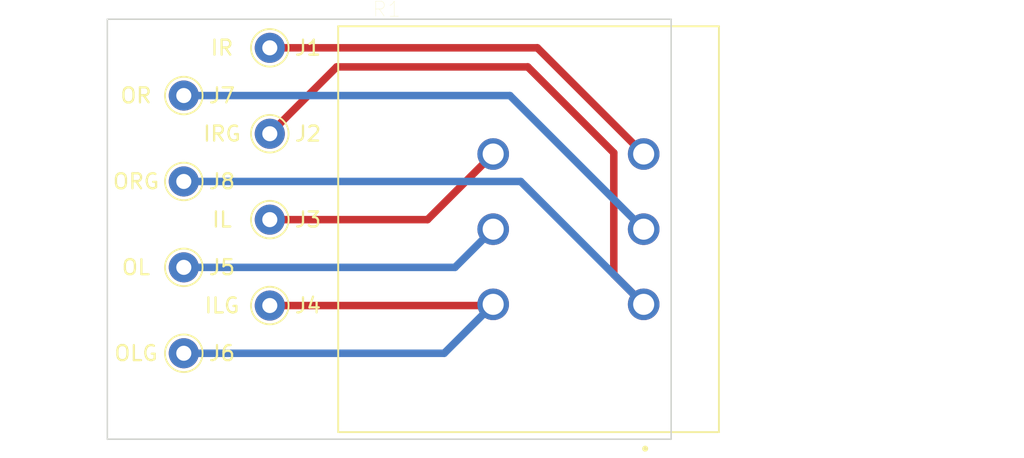
<source format=kicad_pcb>
(kicad_pcb (version 20171130) (host pcbnew 5.1.10-88a1d61d58~88~ubuntu16.04.1)

  (general
    (thickness 1.6)
    (drawings 12)
    (tracks 19)
    (zones 0)
    (modules 9)
    (nets 7)
  )

  (page A4)
  (layers
    (0 F.Cu signal)
    (31 B.Cu signal)
    (32 B.Adhes user)
    (33 F.Adhes user)
    (34 B.Paste user)
    (35 F.Paste user)
    (36 B.SilkS user)
    (37 F.SilkS user)
    (38 B.Mask user)
    (39 F.Mask user)
    (40 Dwgs.User user)
    (41 Cmts.User user)
    (42 Eco1.User user)
    (43 Eco2.User user)
    (44 Edge.Cuts user)
    (45 Margin user)
    (46 B.CrtYd user)
    (47 F.CrtYd user)
    (48 B.Fab user)
    (49 F.Fab user)
  )

  (setup
    (last_trace_width 0.25)
    (user_trace_width 0.5)
    (trace_clearance 0.2)
    (zone_clearance 0.508)
    (zone_45_only no)
    (trace_min 0.2)
    (via_size 0.8)
    (via_drill 0.4)
    (via_min_size 0.4)
    (via_min_drill 0.3)
    (uvia_size 0.3)
    (uvia_drill 0.1)
    (uvias_allowed no)
    (uvia_min_size 0.2)
    (uvia_min_drill 0.1)
    (edge_width 0.05)
    (segment_width 0.2)
    (pcb_text_width 0.3)
    (pcb_text_size 1.5 1.5)
    (mod_edge_width 0.12)
    (mod_text_size 1 1)
    (mod_text_width 0.15)
    (pad_size 1.524 1.524)
    (pad_drill 0.762)
    (pad_to_mask_clearance 0)
    (aux_axis_origin 0 0)
    (visible_elements FFFFFF7F)
    (pcbplotparams
      (layerselection 0x010f0_ffffffff)
      (usegerberextensions false)
      (usegerberattributes false)
      (usegerberadvancedattributes false)
      (creategerberjobfile false)
      (excludeedgelayer true)
      (linewidth 0.100000)
      (plotframeref false)
      (viasonmask false)
      (mode 1)
      (useauxorigin false)
      (hpglpennumber 1)
      (hpglpenspeed 20)
      (hpglpendiameter 15.000000)
      (psnegative false)
      (psa4output false)
      (plotreference true)
      (plotvalue false)
      (plotinvisibletext false)
      (padsonsilk true)
      (subtractmaskfromsilk false)
      (outputformat 1)
      (mirror false)
      (drillshape 0)
      (scaleselection 1)
      (outputdirectory "gerber/"))
  )

  (net 0 "")
  (net 1 "Net-(J2-Pad1)")
  (net 2 "Net-(J4-Pad1)")
  (net 3 "Net-(J1-Pad1)")
  (net 4 "Net-(J3-Pad1)")
  (net 5 "Net-(J5-Pad1)")
  (net 6 "Net-(J7-Pad1)")

  (net_class Default "This is the default net class."
    (clearance 0.2)
    (trace_width 0.25)
    (via_dia 0.8)
    (via_drill 0.4)
    (uvia_dia 0.3)
    (uvia_drill 0.1)
    (add_net "Net-(J1-Pad1)")
    (add_net "Net-(J2-Pad1)")
    (add_net "Net-(J3-Pad1)")
    (add_net "Net-(J4-Pad1)")
    (add_net "Net-(J5-Pad1)")
    (add_net "Net-(J7-Pad1)")
  )

  (module kicad-lib-snk:TRIM_RK27112A0S20C0A103 (layer F.Cu) (tedit 5FDE21D3) (tstamp 5FF29ED2)
    (at 207.645 94.615)
    (path /60052F81)
    (fp_text reference R1 (at -22.075 -14.635) (layer F.SilkS)
      (effects (font (size 1 1) (thickness 0.015)))
    )
    (fp_text value RK27112A0S20C0A103 (at -10.645 14.635) (layer F.Fab)
      (effects (font (size 1 1) (thickness 0.015)))
    )
    (fp_circle (center -4.9 14.6) (end -4.8 14.6) (layer F.Fab) (width 0.2))
    (fp_circle (center -4.9 14.6) (end -4.8 14.6) (layer F.SilkS) (width 0.2))
    (fp_line (start 0.25 -3.25) (end 0.25 -13.75) (layer F.CrtYd) (width 0.05))
    (fp_line (start 20.25 -3.25) (end 0.25 -3.25) (layer F.CrtYd) (width 0.05))
    (fp_line (start 20.25 3.25) (end 20.25 -3.25) (layer F.CrtYd) (width 0.05))
    (fp_line (start 0.25 3.25) (end 20.25 3.25) (layer F.CrtYd) (width 0.05))
    (fp_line (start 0.25 13.75) (end 0.25 3.25) (layer F.CrtYd) (width 0.05))
    (fp_line (start -25.55 13.75) (end 0.25 13.75) (layer F.CrtYd) (width 0.05))
    (fp_line (start -25.55 -13.75) (end -25.55 13.75) (layer F.CrtYd) (width 0.05))
    (fp_line (start 0.25 -13.75) (end -25.55 -13.75) (layer F.CrtYd) (width 0.05))
    (fp_line (start 20 3) (end 0 3) (layer F.Fab) (width 0.127))
    (fp_line (start 20 -3) (end 20 3) (layer F.Fab) (width 0.127))
    (fp_line (start 0 -3) (end 20 -3) (layer F.Fab) (width 0.127))
    (fp_line (start 0 13.5) (end 0 -13.5) (layer F.SilkS) (width 0.127))
    (fp_line (start -25.3 13.5) (end 0 13.5) (layer F.SilkS) (width 0.127))
    (fp_line (start -25.3 -13.5) (end -25.3 13.5) (layer F.SilkS) (width 0.127))
    (fp_line (start 0 -13.5) (end -25.3 -13.5) (layer F.SilkS) (width 0.127))
    (fp_line (start 0 -3) (end 0 -13.5) (layer F.Fab) (width 0.127))
    (fp_line (start 0 3) (end 0 -3) (layer F.Fab) (width 0.127))
    (fp_line (start 0 13.5) (end 0 3) (layer F.Fab) (width 0.127))
    (fp_line (start -25.3 13.5) (end 0 13.5) (layer F.Fab) (width 0.127))
    (fp_line (start -25.3 -13.5) (end -25.3 13.5) (layer F.Fab) (width 0.127))
    (fp_line (start 0 -13.5) (end -25.3 -13.5) (layer F.Fab) (width 0.127))
    (pad 3_1 thru_hole circle (at -5 -5) (size 2.1 2.1) (drill 1.4) (layers *.Cu *.Mask)
      (net 3 "Net-(J1-Pad1)"))
    (pad 2_1 thru_hole circle (at -5 0) (size 2.1 2.1) (drill 1.4) (layers *.Cu *.Mask)
      (net 6 "Net-(J7-Pad1)"))
    (pad 1_1 thru_hole circle (at -5 5) (size 2.1 2.1) (drill 1.4) (layers *.Cu *.Mask)
      (net 1 "Net-(J2-Pad1)"))
    (pad 3_2 thru_hole circle (at -15 -5) (size 2.1 2.1) (drill 1.4) (layers *.Cu *.Mask)
      (net 4 "Net-(J3-Pad1)"))
    (pad 2_2 thru_hole circle (at -15 0) (size 2.1 2.1) (drill 1.4) (layers *.Cu *.Mask)
      (net 5 "Net-(J5-Pad1)"))
    (pad 1_2 thru_hole circle (at -15 5) (size 2.1 2.1) (drill 1.4) (layers *.Cu *.Mask)
      (net 2 "Net-(J4-Pad1)"))
  )

  (module Connector_Pin:Pin_D1.0mm_L10.0mm (layer F.Cu) (tedit 5A1DC084) (tstamp 5FF23E45)
    (at 172.085 91.44)
    (descr "solder Pin_ diameter 1.0mm, hole diameter 1.0mm (press fit), length 10.0mm")
    (tags "solder Pin_ press fit")
    (path /60076F59)
    (fp_text reference J8 (at 2.54 0) (layer F.SilkS)
      (effects (font (size 1 1) (thickness 0.15)))
    )
    (fp_text value OUTR_GND (at -8.255 0) (layer F.Fab)
      (effects (font (size 1 1) (thickness 0.15)))
    )
    (fp_circle (center 0 0) (end 1.5 0) (layer F.CrtYd) (width 0.05))
    (fp_circle (center 0 0) (end 0.5 0) (layer F.Fab) (width 0.12))
    (fp_circle (center 0 0) (end 1 0) (layer F.Fab) (width 0.12))
    (fp_circle (center 0 0) (end 1.25 0.05) (layer F.SilkS) (width 0.12))
    (fp_text user %R (at 0 2.25) (layer F.Fab)
      (effects (font (size 1 1) (thickness 0.15)))
    )
    (pad 1 thru_hole circle (at 0 0) (size 2 2) (drill 1) (layers *.Cu *.Mask)
      (net 1 "Net-(J2-Pad1)"))
    (model ${KISYS3DMOD}/Connector_Pin.3dshapes/Pin_D1.0mm_L10.0mm.wrl
      (at (xyz 0 0 0))
      (scale (xyz 1 1 1))
      (rotate (xyz 0 0 0))
    )
  )

  (module Connector_Pin:Pin_D1.0mm_L10.0mm (layer F.Cu) (tedit 5A1DC084) (tstamp 5FF23E3B)
    (at 172.085 85.725)
    (descr "solder Pin_ diameter 1.0mm, hole diameter 1.0mm (press fit), length 10.0mm")
    (tags "solder Pin_ press fit")
    (path /60076F43)
    (fp_text reference J7 (at 2.54 0) (layer F.SilkS)
      (effects (font (size 1 1) (thickness 0.15)))
    )
    (fp_text value OUTR (at -1.905 -3.81) (layer F.Fab)
      (effects (font (size 1 1) (thickness 0.15)))
    )
    (fp_circle (center 0 0) (end 1.5 0) (layer F.CrtYd) (width 0.05))
    (fp_circle (center 0 0) (end 0.5 0) (layer F.Fab) (width 0.12))
    (fp_circle (center 0 0) (end 1 0) (layer F.Fab) (width 0.12))
    (fp_circle (center 0 0) (end 1.25 0.05) (layer F.SilkS) (width 0.12))
    (fp_text user %R (at 0 2.25) (layer F.Fab)
      (effects (font (size 1 1) (thickness 0.15)))
    )
    (pad 1 thru_hole circle (at 0 0) (size 2 2) (drill 1) (layers *.Cu *.Mask)
      (net 6 "Net-(J7-Pad1)"))
    (model ${KISYS3DMOD}/Connector_Pin.3dshapes/Pin_D1.0mm_L10.0mm.wrl
      (at (xyz 0 0 0))
      (scale (xyz 1 1 1))
      (rotate (xyz 0 0 0))
    )
  )

  (module Connector_Pin:Pin_D1.0mm_L10.0mm (layer F.Cu) (tedit 5A1DC084) (tstamp 5FF23E31)
    (at 172.085 102.87)
    (descr "solder Pin_ diameter 1.0mm, hole diameter 1.0mm (press fit), length 10.0mm")
    (tags "solder Pin_ press fit")
    (path /60075EAA)
    (fp_text reference J6 (at 2.54 0) (layer F.SilkS)
      (effects (font (size 1 1) (thickness 0.15)))
    )
    (fp_text value OUTL_GND (at 0 -2.05) (layer F.Fab)
      (effects (font (size 1 1) (thickness 0.15)))
    )
    (fp_circle (center 0 0) (end 1.5 0) (layer F.CrtYd) (width 0.05))
    (fp_circle (center 0 0) (end 0.5 0) (layer F.Fab) (width 0.12))
    (fp_circle (center 0 0) (end 1 0) (layer F.Fab) (width 0.12))
    (fp_circle (center 0 0) (end 1.25 0.05) (layer F.SilkS) (width 0.12))
    (fp_text user %R (at 0 2.25) (layer F.Fab)
      (effects (font (size 1 1) (thickness 0.15)))
    )
    (pad 1 thru_hole circle (at 0 0) (size 2 2) (drill 1) (layers *.Cu *.Mask)
      (net 2 "Net-(J4-Pad1)"))
    (model ${KISYS3DMOD}/Connector_Pin.3dshapes/Pin_D1.0mm_L10.0mm.wrl
      (at (xyz 0 0 0))
      (scale (xyz 1 1 1))
      (rotate (xyz 0 0 0))
    )
  )

  (module Connector_Pin:Pin_D1.0mm_L10.0mm (layer F.Cu) (tedit 5A1DC084) (tstamp 5FF23E27)
    (at 172.085 97.155)
    (descr "solder Pin_ diameter 1.0mm, hole diameter 1.0mm (press fit), length 10.0mm")
    (tags "solder Pin_ press fit")
    (path /60073FA1)
    (fp_text reference J5 (at 2.54 0) (layer F.SilkS)
      (effects (font (size 1 1) (thickness 0.15)))
    )
    (fp_text value OUTL (at 0 -2.05) (layer F.Fab)
      (effects (font (size 1 1) (thickness 0.15)))
    )
    (fp_circle (center 0 0) (end 1.5 0) (layer F.CrtYd) (width 0.05))
    (fp_circle (center 0 0) (end 0.5 0) (layer F.Fab) (width 0.12))
    (fp_circle (center 0 0) (end 1 0) (layer F.Fab) (width 0.12))
    (fp_circle (center 0 0) (end 1.25 0.05) (layer F.SilkS) (width 0.12))
    (fp_text user %R (at 0 2.25) (layer F.Fab)
      (effects (font (size 1 1) (thickness 0.15)))
    )
    (pad 1 thru_hole circle (at 0 0) (size 2 2) (drill 1) (layers *.Cu *.Mask)
      (net 5 "Net-(J5-Pad1)"))
    (model ${KISYS3DMOD}/Connector_Pin.3dshapes/Pin_D1.0mm_L10.0mm.wrl
      (at (xyz 0 0 0))
      (scale (xyz 1 1 1))
      (rotate (xyz 0 0 0))
    )
  )

  (module Connector_Pin:Pin_D1.0mm_L10.0mm (layer F.Cu) (tedit 5A1DC084) (tstamp 5FF23E1D)
    (at 177.8 99.695)
    (descr "solder Pin_ diameter 1.0mm, hole diameter 1.0mm (press fit), length 10.0mm")
    (tags "solder Pin_ press fit")
    (path /6006067B)
    (fp_text reference J4 (at 2.54 0) (layer F.SilkS)
      (effects (font (size 1 1) (thickness 0.15)))
    )
    (fp_text value INL_GND (at 0 -2.05) (layer F.Fab)
      (effects (font (size 1 1) (thickness 0.15)))
    )
    (fp_circle (center 0 0) (end 1.5 0) (layer F.CrtYd) (width 0.05))
    (fp_circle (center 0 0) (end 0.5 0) (layer F.Fab) (width 0.12))
    (fp_circle (center 0 0) (end 1 0) (layer F.Fab) (width 0.12))
    (fp_circle (center 0 0) (end 1.25 0.05) (layer F.SilkS) (width 0.12))
    (fp_text user %R (at 0 2.25) (layer F.Fab)
      (effects (font (size 1 1) (thickness 0.15)))
    )
    (pad 1 thru_hole circle (at 0 0) (size 2 2) (drill 1) (layers *.Cu *.Mask)
      (net 2 "Net-(J4-Pad1)"))
    (model ${KISYS3DMOD}/Connector_Pin.3dshapes/Pin_D1.0mm_L10.0mm.wrl
      (at (xyz 0 0 0))
      (scale (xyz 1 1 1))
      (rotate (xyz 0 0 0))
    )
  )

  (module Connector_Pin:Pin_D1.0mm_L10.0mm (layer F.Cu) (tedit 5A1DC084) (tstamp 5FF23E13)
    (at 177.8 93.98)
    (descr "solder Pin_ diameter 1.0mm, hole diameter 1.0mm (press fit), length 10.0mm")
    (tags "solder Pin_ press fit")
    (path /60060691)
    (fp_text reference J3 (at 2.54 0) (layer F.SilkS)
      (effects (font (size 1 1) (thickness 0.15)))
    )
    (fp_text value INL (at 0 -2.05) (layer F.Fab)
      (effects (font (size 1 1) (thickness 0.15)))
    )
    (fp_circle (center 0 0) (end 1.5 0) (layer F.CrtYd) (width 0.05))
    (fp_circle (center 0 0) (end 0.5 0) (layer F.Fab) (width 0.12))
    (fp_circle (center 0 0) (end 1 0) (layer F.Fab) (width 0.12))
    (fp_circle (center 0 0) (end 1.25 0.05) (layer F.SilkS) (width 0.12))
    (fp_text user %R (at 0 2.25) (layer F.Fab)
      (effects (font (size 1 1) (thickness 0.15)))
    )
    (pad 1 thru_hole circle (at 0 0) (size 2 2) (drill 1) (layers *.Cu *.Mask)
      (net 4 "Net-(J3-Pad1)"))
    (model ${KISYS3DMOD}/Connector_Pin.3dshapes/Pin_D1.0mm_L10.0mm.wrl
      (at (xyz 0 0 0))
      (scale (xyz 1 1 1))
      (rotate (xyz 0 0 0))
    )
  )

  (module Connector_Pin:Pin_D1.0mm_L10.0mm (layer F.Cu) (tedit 5A1DC084) (tstamp 5FF23E09)
    (at 177.8 88.265)
    (descr "solder Pin_ diameter 1.0mm, hole diameter 1.0mm (press fit), length 10.0mm")
    (tags "solder Pin_ press fit")
    (path /6005D6BF)
    (fp_text reference J2 (at 2.54 0) (layer F.SilkS)
      (effects (font (size 1 1) (thickness 0.15)))
    )
    (fp_text value INR_GND (at 0 -2.05) (layer F.Fab)
      (effects (font (size 1 1) (thickness 0.15)))
    )
    (fp_circle (center 0 0) (end 1.5 0) (layer F.CrtYd) (width 0.05))
    (fp_circle (center 0 0) (end 0.5 0) (layer F.Fab) (width 0.12))
    (fp_circle (center 0 0) (end 1 0) (layer F.Fab) (width 0.12))
    (fp_circle (center 0 0) (end 1.25 0.05) (layer F.SilkS) (width 0.12))
    (fp_text user %R (at 0 2.25) (layer F.Fab)
      (effects (font (size 1 1) (thickness 0.15)))
    )
    (pad 1 thru_hole circle (at 0 0) (size 2 2) (drill 1) (layers *.Cu *.Mask)
      (net 1 "Net-(J2-Pad1)"))
    (model ${KISYS3DMOD}/Connector_Pin.3dshapes/Pin_D1.0mm_L10.0mm.wrl
      (at (xyz 0 0 0))
      (scale (xyz 1 1 1))
      (rotate (xyz 0 0 0))
    )
  )

  (module Connector_Pin:Pin_D1.0mm_L10.0mm (layer F.Cu) (tedit 5A1DC084) (tstamp 5FF23DFF)
    (at 177.8 82.55)
    (descr "solder Pin_ diameter 1.0mm, hole diameter 1.0mm (press fit), length 10.0mm")
    (tags "solder Pin_ press fit")
    (path /6005F8CB)
    (fp_text reference J1 (at 2.54 0) (layer F.SilkS)
      (effects (font (size 1 1) (thickness 0.15)))
    )
    (fp_text value INR (at 0 -2.05) (layer F.Fab)
      (effects (font (size 1 1) (thickness 0.15)))
    )
    (fp_circle (center 0 0) (end 1.5 0) (layer F.CrtYd) (width 0.05))
    (fp_circle (center 0 0) (end 0.5 0) (layer F.Fab) (width 0.12))
    (fp_circle (center 0 0) (end 1 0) (layer F.Fab) (width 0.12))
    (fp_circle (center 0 0) (end 1.25 0.05) (layer F.SilkS) (width 0.12))
    (fp_text user %R (at 0 2.25) (layer F.Fab)
      (effects (font (size 1 1) (thickness 0.15)))
    )
    (pad 1 thru_hole circle (at 0 0) (size 2 2) (drill 1) (layers *.Cu *.Mask)
      (net 3 "Net-(J1-Pad1)"))
    (model ${KISYS3DMOD}/Connector_Pin.3dshapes/Pin_D1.0mm_L10.0mm.wrl
      (at (xyz 0 0 0))
      (scale (xyz 1 1 1))
      (rotate (xyz 0 0 0))
    )
  )

  (gr_text OLG (at 168.91 102.87) (layer F.SilkS) (tstamp 5FF2AC41)
    (effects (font (size 1 1) (thickness 0.15)))
  )
  (gr_text OL (at 168.91 97.155) (layer F.SilkS) (tstamp 5FF2AC3C)
    (effects (font (size 1 1) (thickness 0.15)))
  )
  (gr_text ORG (at 168.91 91.44) (layer F.SilkS) (tstamp 5FF2AC35)
    (effects (font (size 1 1) (thickness 0.15)))
  )
  (gr_text ILG (at 174.625 99.695) (layer F.SilkS) (tstamp 5FF2ABFD)
    (effects (font (size 1 1) (thickness 0.15)))
  )
  (gr_text IL (at 174.625 93.98) (layer F.SilkS) (tstamp 5FF2ABF7)
    (effects (font (size 1 1) (thickness 0.15)))
  )
  (gr_text IRG (at 174.625 88.265) (layer F.SilkS) (tstamp 5FF2ABD3)
    (effects (font (size 1 1) (thickness 0.15)))
  )
  (gr_text OR (at 168.91 85.725) (layer F.SilkS) (tstamp 5FF2ABCA)
    (effects (font (size 1 1) (thickness 0.15)))
  )
  (gr_text IR (at 174.625 82.55) (layer F.SilkS)
    (effects (font (size 1 1) (thickness 0.15)))
  )
  (gr_line (start 204.47 80.645) (end 204.47 108.585) (layer Edge.Cuts) (width 0.1))
  (gr_line (start 167.005 80.645) (end 204.47 80.645) (layer Edge.Cuts) (width 0.1))
  (gr_line (start 167.005 108.585) (end 167.005 80.645) (layer Edge.Cuts) (width 0.1))
  (gr_line (start 204.47 108.585) (end 167.005 108.585) (layer Edge.Cuts) (width 0.1))

  (segment (start 177.8 88.265) (end 182.245 83.82) (width 0.5) (layer F.Cu) (net 1))
  (segment (start 182.245 83.82) (end 194.945 83.82) (width 0.5) (layer F.Cu) (net 1))
  (segment (start 194.945 83.82) (end 200.66 89.535) (width 0.5) (layer F.Cu) (net 1))
  (segment (start 200.66 97.63) (end 202.645 99.615) (width 0.5) (layer F.Cu) (net 1))
  (segment (start 200.66 89.535) (end 200.66 97.63) (width 0.5) (layer F.Cu) (net 1))
  (segment (start 194.47 91.44) (end 202.645 99.615) (width 0.5) (layer B.Cu) (net 1))
  (segment (start 172.085 91.44) (end 194.47 91.44) (width 0.5) (layer B.Cu) (net 1))
  (segment (start 192.565 99.695) (end 192.645 99.615) (width 0.5) (layer F.Cu) (net 2))
  (segment (start 177.8 99.695) (end 192.565 99.695) (width 0.5) (layer F.Cu) (net 2))
  (segment (start 189.39 102.87) (end 192.645 99.615) (width 0.5) (layer B.Cu) (net 2))
  (segment (start 172.085 102.87) (end 189.39 102.87) (width 0.5) (layer B.Cu) (net 2))
  (segment (start 195.58 82.55) (end 202.645 89.615) (width 0.5) (layer F.Cu) (net 3))
  (segment (start 177.8 82.55) (end 195.58 82.55) (width 0.5) (layer F.Cu) (net 3))
  (segment (start 188.28 93.98) (end 192.645 89.615) (width 0.5) (layer F.Cu) (net 4))
  (segment (start 177.8 93.98) (end 188.28 93.98) (width 0.5) (layer F.Cu) (net 4))
  (segment (start 190.105 97.155) (end 192.645 94.615) (width 0.5) (layer B.Cu) (net 5))
  (segment (start 172.085 97.155) (end 190.105 97.155) (width 0.5) (layer B.Cu) (net 5))
  (segment (start 193.755 85.725) (end 202.645 94.615) (width 0.5) (layer B.Cu) (net 6))
  (segment (start 172.085 85.725) (end 193.755 85.725) (width 0.5) (layer B.Cu) (net 6))

)

</source>
